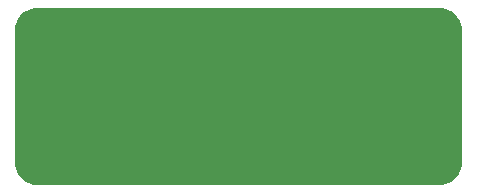
<source format=gbr>
%TF.GenerationSoftware,KiCad,Pcbnew,8.0.3*%
%TF.CreationDate,2024-07-05T12:35:55-05:00*%
%TF.ProjectId,Bald Probe Test Fixture rev1,42616c64-2050-4726-9f62-652054657374,1*%
%TF.SameCoordinates,Original*%
%TF.FileFunction,Copper,L2,Bot*%
%TF.FilePolarity,Positive*%
%FSLAX46Y46*%
G04 Gerber Fmt 4.6, Leading zero omitted, Abs format (unit mm)*
G04 Created by KiCad (PCBNEW 8.0.3) date 2024-07-05 12:35:55*
%MOMM*%
%LPD*%
G01*
G04 APERTURE LIST*
%TA.AperFunction,SMDPad,CuDef*%
%ADD10R,5.080000X2.420000*%
%TD*%
%TA.AperFunction,SMDPad,CuDef*%
%ADD11R,0.950000X0.460000*%
%TD*%
%TA.AperFunction,ComponentPad*%
%ADD12C,0.970000*%
%TD*%
%TA.AperFunction,ViaPad*%
%ADD13C,0.600000*%
%TD*%
G04 APERTURE END LIST*
D10*
%TO.P,J2,2,Ext*%
%TO.N,GND*%
X143250000Y-98360000D03*
X143250000Y-89600000D03*
D11*
X140260000Y-98360000D03*
X140260000Y-89600000D03*
D12*
X139810000Y-98360000D03*
X139810000Y-89600000D03*
%TD*%
D10*
%TO.P,J1,2,Ext*%
%TO.N,GND*%
X113290000Y-89600000D03*
X113290000Y-98360000D03*
D11*
X116280000Y-89600000D03*
X116280000Y-98360000D03*
D12*
X116730000Y-89600000D03*
X116730000Y-98360000D03*
%TD*%
D13*
%TO.N,GND*%
X118583000Y-90805000D03*
X134052500Y-97155000D03*
X137957000Y-97155000D03*
X142969500Y-86860000D03*
X131485500Y-97155000D03*
X119934000Y-90805000D03*
X118745000Y-99695000D03*
X114732500Y-86860000D03*
X146820000Y-97128000D03*
X122433500Y-86860000D03*
X146820000Y-98411500D03*
X134106500Y-101100000D03*
X119934000Y-97155000D03*
X126351500Y-97155000D03*
X109720000Y-88265000D03*
X135268500Y-86860000D03*
X117421000Y-101100000D03*
X137903000Y-89535000D03*
X118583000Y-89535000D03*
X132823000Y-101100000D03*
X139119000Y-86860000D03*
X127635000Y-97155000D03*
X127635000Y-90805000D03*
X132701500Y-86860000D03*
X118583000Y-88251500D03*
X121150000Y-86860000D03*
X137957000Y-98411500D03*
X135336000Y-97155000D03*
X137957000Y-99695000D03*
X136552000Y-86860000D03*
X113449000Y-86860000D03*
X125000500Y-86860000D03*
X109720000Y-97249500D03*
X126284000Y-86860000D03*
X118745000Y-98411500D03*
X112287000Y-101100000D03*
X132769000Y-90805000D03*
X118745000Y-97155000D03*
X130202000Y-90805000D03*
X118583000Y-86860000D03*
X128918500Y-97155000D03*
X143091000Y-101100000D03*
X140524000Y-101100000D03*
X126405500Y-101100000D03*
X133985000Y-86860000D03*
X141807500Y-101100000D03*
X130202000Y-97155000D03*
X141686000Y-86860000D03*
X116016000Y-86860000D03*
X146820000Y-88143500D03*
X128918500Y-90805000D03*
X134052500Y-90805000D03*
X128851000Y-86860000D03*
X130134500Y-86860000D03*
X119988000Y-101100000D03*
X131485500Y-90805000D03*
X121217500Y-97155000D03*
X140402500Y-86860000D03*
X117299500Y-86860000D03*
X128972500Y-101100000D03*
X144253000Y-86860000D03*
X146820000Y-99695000D03*
X146820000Y-90710500D03*
X135336000Y-90805000D03*
X116137500Y-101100000D03*
X136619500Y-97155000D03*
X126351500Y-90805000D03*
X144374500Y-101100000D03*
X119866500Y-86860000D03*
X113570500Y-101100000D03*
X139240500Y-101100000D03*
X110882000Y-86860000D03*
X137903000Y-88251500D03*
X145658000Y-101100000D03*
X123784500Y-90805000D03*
X114854000Y-101100000D03*
X122501000Y-97155000D03*
X121271500Y-101100000D03*
X131418000Y-86860000D03*
X122501000Y-90805000D03*
X125068000Y-97155000D03*
X131539500Y-101100000D03*
X109720000Y-99816500D03*
X109720000Y-90832000D03*
X127567500Y-86860000D03*
X136673500Y-101100000D03*
X137957000Y-101100000D03*
X130256000Y-101100000D03*
X109720000Y-89548500D03*
X109720000Y-98533000D03*
X118745000Y-101100000D03*
X127689000Y-101100000D03*
X137903000Y-90805000D03*
X136619500Y-90805000D03*
X145536500Y-86860000D03*
X112165500Y-86860000D03*
X125122000Y-101100000D03*
X135390000Y-101100000D03*
X125068000Y-90805000D03*
X123784500Y-97155000D03*
X132769000Y-97155000D03*
X122555000Y-101100000D03*
X121217500Y-90805000D03*
X123838500Y-101100000D03*
X123717000Y-86860000D03*
X111003500Y-101100000D03*
X146820000Y-89427000D03*
X137903000Y-86860000D03*
%TD*%
%TA.AperFunction,Conductor*%
%TO.N,GND*%
G36*
X145322456Y-86487661D02*
G01*
X145559500Y-86503197D01*
X145569235Y-86504478D01*
X145799815Y-86550344D01*
X145809298Y-86552885D01*
X146031914Y-86628454D01*
X146040984Y-86632210D01*
X146251835Y-86736190D01*
X146260348Y-86741105D01*
X146455810Y-86871709D01*
X146463610Y-86877694D01*
X146640351Y-87032693D01*
X146647306Y-87039648D01*
X146802305Y-87216389D01*
X146808293Y-87224193D01*
X146938892Y-87419648D01*
X146943811Y-87428167D01*
X147047785Y-87639006D01*
X147051549Y-87648094D01*
X147127111Y-87870692D01*
X147129657Y-87880193D01*
X147175519Y-88110755D01*
X147176803Y-88120508D01*
X147192339Y-88357543D01*
X147192500Y-88362461D01*
X147192500Y-99597538D01*
X147192339Y-99602456D01*
X147176803Y-99839491D01*
X147175519Y-99849244D01*
X147129657Y-100079806D01*
X147127111Y-100089307D01*
X147051549Y-100311905D01*
X147047785Y-100320993D01*
X146943811Y-100531832D01*
X146938892Y-100540351D01*
X146808293Y-100735806D01*
X146802305Y-100743610D01*
X146647306Y-100920351D01*
X146640351Y-100927306D01*
X146463610Y-101082305D01*
X146455806Y-101088293D01*
X146260351Y-101218892D01*
X146251832Y-101223811D01*
X146040993Y-101327785D01*
X146031905Y-101331549D01*
X145809307Y-101407111D01*
X145799806Y-101409657D01*
X145569244Y-101455519D01*
X145559491Y-101456803D01*
X145322456Y-101472339D01*
X145317538Y-101472500D01*
X111222462Y-101472500D01*
X111217544Y-101472339D01*
X110980508Y-101456803D01*
X110970755Y-101455519D01*
X110740193Y-101409657D01*
X110730692Y-101407111D01*
X110508094Y-101331549D01*
X110499006Y-101327785D01*
X110288167Y-101223811D01*
X110279648Y-101218892D01*
X110084193Y-101088293D01*
X110076389Y-101082305D01*
X109899648Y-100927306D01*
X109892693Y-100920351D01*
X109859321Y-100882298D01*
X109737691Y-100743606D01*
X109731706Y-100735806D01*
X109601107Y-100540351D01*
X109596188Y-100531832D01*
X109492210Y-100320984D01*
X109488454Y-100311914D01*
X109412885Y-100089298D01*
X109410344Y-100079815D01*
X109364478Y-99849235D01*
X109363197Y-99839500D01*
X109347661Y-99602456D01*
X109347500Y-99597538D01*
X109347500Y-88362461D01*
X109347661Y-88357543D01*
X109356639Y-88220556D01*
X109363197Y-88120497D01*
X109364478Y-88110766D01*
X109410345Y-87880180D01*
X109412884Y-87870704D01*
X109488455Y-87648079D01*
X109492207Y-87639021D01*
X109596193Y-87428157D01*
X109601101Y-87419657D01*
X109731714Y-87224181D01*
X109737685Y-87216400D01*
X109892699Y-87039641D01*
X109899641Y-87032699D01*
X110076400Y-86877685D01*
X110084181Y-86871714D01*
X110279657Y-86741101D01*
X110288157Y-86736193D01*
X110499021Y-86632207D01*
X110508079Y-86628455D01*
X110730704Y-86552884D01*
X110740180Y-86550345D01*
X110970766Y-86504478D01*
X110980497Y-86503197D01*
X111217544Y-86487661D01*
X111222462Y-86487500D01*
X111249101Y-86487500D01*
X145290899Y-86487500D01*
X145317538Y-86487500D01*
X145322456Y-86487661D01*
G37*
%TD.AperFunction*%
%TD*%
M02*

</source>
